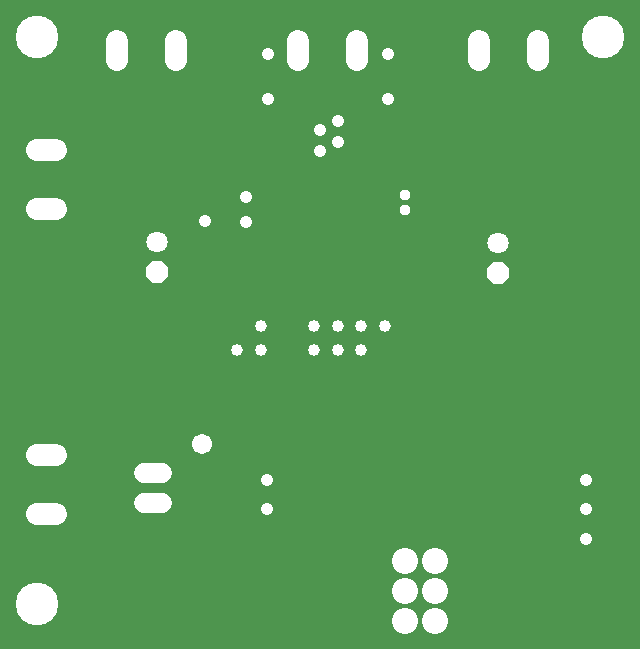
<source format=gbs>
G04 EAGLE Gerber RS-274X export*
G75*
%MOMM*%
%FSLAX34Y34*%
%LPD*%
%INSoldermask Bottom*%
%IPNEG*%
%AMOC8*
5,1,8,0,0,1.08239X$1,22.5*%
G01*
%ADD10C,3.603200*%
%ADD11C,2.203200*%
%ADD12C,1.803400*%
%ADD13P,1.951982X8X292.500000*%
%ADD14C,1.853200*%
%ADD15C,1.711200*%
%ADD16C,1.059600*%
%ADD17C,0.959600*%
%ADD18C,1.703200*%
%ADD19C,1.009600*%


D10*
X40000Y40000D03*
X520000Y520000D03*
X40000Y520000D03*
D11*
X352330Y76580D03*
X377730Y76580D03*
X377730Y51180D03*
X352330Y51180D03*
X352330Y25780D03*
X377730Y25780D03*
D12*
X430410Y345380D03*
D13*
X430410Y319980D03*
D12*
X142120Y346650D03*
D13*
X142120Y321250D03*
D14*
X311330Y500220D02*
X311330Y516720D01*
X261330Y516720D02*
X261330Y500220D01*
X158020Y500220D02*
X158020Y516720D01*
X108020Y516720D02*
X108020Y500220D01*
X464540Y500220D02*
X464540Y516720D01*
X414540Y516720D02*
X414540Y500220D01*
X56750Y424000D02*
X40250Y424000D01*
X40250Y374000D02*
X56750Y374000D01*
X56750Y166000D02*
X40250Y166000D01*
X40250Y116000D02*
X56750Y116000D01*
D15*
X131210Y150950D02*
X146290Y150950D01*
X146290Y125550D02*
X131210Y125550D01*
D16*
X280000Y441250D03*
X295000Y448500D03*
X280000Y423500D03*
X295000Y430750D03*
D17*
X351670Y386020D03*
D16*
X235000Y145000D03*
D17*
X351670Y373320D03*
D16*
X235000Y120000D03*
D18*
X180000Y175000D03*
D16*
X217050Y363160D03*
X505000Y95000D03*
X217050Y384750D03*
X505000Y120000D03*
X183000Y364000D03*
X505000Y145000D03*
X236100Y505400D03*
X337700Y467300D03*
X236100Y467300D03*
X337700Y505400D03*
D19*
X210000Y255000D03*
X230000Y275000D03*
X230000Y255000D03*
X275000Y255000D03*
X295000Y255000D03*
X315000Y255000D03*
X295000Y275000D03*
X315000Y275000D03*
X335000Y275000D03*
X275000Y275000D03*
M02*

</source>
